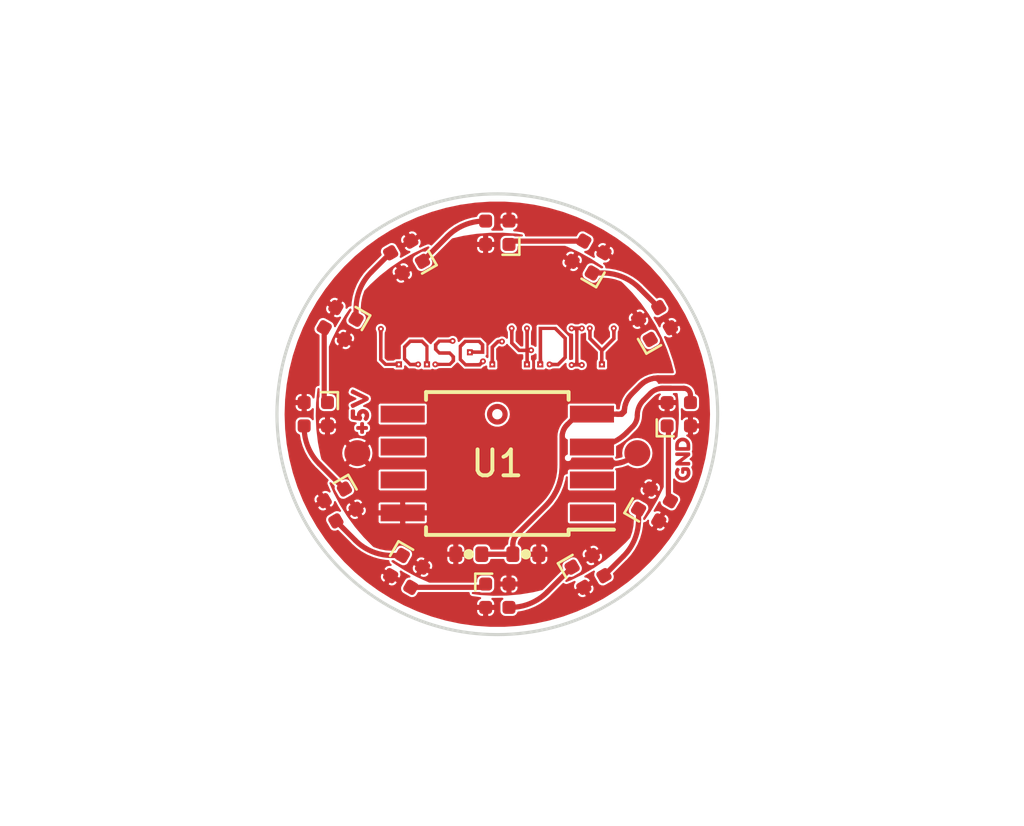
<source format=kicad_pcb>
(kicad_pcb (version 20211014) (generator pcbnew)
  (title_block (title "ringDemo for Laser4DIY") (date "2022-03-28") (rev "A") (company "Laser4DIY") (comment 1 "PCB by @tinyledmatrix") (comment 2 "Laser 4 DIY: @laser4diy"))
  (layers (0 "F.Cu" signal) (31 "B.Cu" signal) (34 "B.Paste" user) (35 "F.Paste" user) (36 "B.SilkS" user "B.Silkscreen") (37 "F.SilkS" user "F.Silkscreen") (38 "B.Mask" user) (39 "F.Mask" user) (44 "Edge.Cuts" user))
  (net 0 "")
  (net 1 "VCC")
  (net 2 "GND")
  (net 3 "/DIN")
  (net 6 "Net-(D1-Pad1)")
  (net 7 "Net-(D1-Pad3)")
  (net 11 "Net-(D2-Pad3)")
  (net 13 "Net-(D4-Pad3)")
  (net 14 "Net-(D5-Pad3)")
  (net 15 "Net-(D6-Pad3)")
  (net 16 "Net-(D7-Pad3)")
  (net 17 "Net-(D8-Pad3)")
  (net 18 "Net-(D10-Pad1)")
  (net 19 "Net-(D10-Pad3)")
  (net 20 "Net-(D11-Pad3)")
  (footprint "ownLEDs:LED_SK6812_EC15_1.5x1.5mm_modRounded" (layer "F.Cu") (at 105.2 58.3 -90)
    (fp_text reference "D1" hide)
    (fp_text value "WS2812B")
  )
  (footprint "dipolMods:C_0402_min" (layer "F.Cu") (at 104.1 70.7)
    (fp_text reference "C2")
    (fp_text value "1u")
  )
  (footprint "ownLEDs:LED_SK6812_EC15_1.5x1.5mm_modRounded" (layer "F.Cu") (at 98.2 65.3)
    (fp_text reference "D10" hide)
    (fp_text value "WS2812B")
  )
  (footprint "ownLEDs:LED_SK6812_EC15_1.5x1.5mm_modRounded" (layer "F.Cu") (at 108.7 71.362178 120)
    (fp_text reference "D6" hide)
    (fp_text value "WS2812B")
  )
  (footprint "ownLEDs:LED_SK6812_EC15_1.5x1.5mm_modRounded" (layer "F.Cu") (at 101.7 71.362178 60)
    (fp_text reference "D8" hide)
    (fp_text value "WS2812B")
  )
  (footprint "Package_SO:SOIJ-8_5.3x5.3mm_P1.27mm" (layer "F.Cu") (at 105.2 67.2 180)
    (fp_text reference "U1")
    (fp_text value "ATtiny85-20SU")
  )
  (footprint "ownLEDs:LED_SK6812_EC15_1.5x1.5mm_modRounded" (layer "F.Cu") (at 112.2 65.3 180)
    (fp_text reference "D4" hide)
    (fp_text value "WS2812B")
  )
  (footprint "ownLEDs:LED_SK6812_EC15_1.5x1.5mm_modRounded" (layer "F.Cu") (at 101.7 59.237822 -60)
    (fp_text reference "D12" hide)
    (fp_text value "WS2812B")
  )
  (footprint "ownLEDs:LED_SK6812_EC15_1.5x1.5mm_modRounded" (layer "F.Cu") (at 111.262178 68.8 150)
    (fp_text reference "D5" hide)
    (fp_text value "WS2812B")
  )
  (footprint "ownLEDs:LED_SK6812_EC15_1.5x1.5mm_modRounded" (layer "F.Cu") (at 99.137822 68.8 30)
    (fp_text reference "D9" hide)
    (fp_text value "WS2812B")
  )
  (footprint "ownLEDs:LED_SK6812_EC15_1.5x1.5mm_modRounded" (layer "F.Cu") (at 111.262178 61.8 -150)
    (fp_text reference "D3" hide)
    (fp_text value "WS2812B")
  )
  (footprint "TestPoint:TestPoint_Pad_D1.0mm" (layer "F.Cu") (at 110.6 66.8)
    (fp_text reference "TP2" hide)
    (fp_text value "TestPoint")
  )
  (footprint "ownLEDs:LED_SK6812_EC15_1.5x1.5mm_modRounded" (layer "F.Cu") (at 105.2 72.3 90)
    (fp_text reference "D7" hide)
    (fp_text value "WS2812B")
  )
  (footprint "kibuzzard-623DBD1B" (layer "F.Cu") (at 99.9 65.2 90)
    (fp_text reference "kibuzzard-623DBD1B" hide)
    (fp_text value "G***" hide)
  )
  (footprint "ownLEDs:LED_SK6812_EC15_1.5x1.5mm_modRounded" (layer "F.Cu") (at 99.137822 61.8 -30)
    (fp_text reference "D11" hide)
    (fp_text value "WS2812B")
  )
  (footprint "kibuzzard-623DBE1D" (layer "F.Cu") (at 112.35 67.03 90)
    (fp_text reference "kibuzzard-623DBE1D" hide)
    (fp_text value "G***" hide)
  )
  (footprint "TestPoint:TestPoint_Pad_D1.0mm" (layer "F.Cu") (at 99.8 66.8)
    (fp_text reference "TP1" hide)
    (fp_text value "TestPoint")
  )
  (footprint "ringDemo:logo2_10mm" (layer "F.Cu") (at 105.2 62.7)
    (fp_text reference "G1" hide)
    (fp_text value "LOGO" hide)
  )
  (footprint "ownLEDs:LED_SK6812_EC15_1.5x1.5mm_modRounded" (layer "F.Cu") (at 108.7 59.237822 -120)
    (fp_text reference "D2" hide)
    (fp_text value "WS2812B")
  )
  (footprint "dipolMods:C_0402_min" (layer "F.Cu") (at 106.3 70.7 180)
    (fp_text reference "C1")
    (fp_text value "1u")
  )
  (gr_circle (center 105.2 65.3) (end 105.5 65.3) (layer "F.Cu") (width 0.2) (fill none))
  (gr_circle (center 105.2 65.3) (end 113.7 65.3) (layer "Edge.Cuts") (width 0.12) (fill none))
  (segment (start 101.55 69.105) (end 101.55 69.75) (width 0.2) (layer "F.Cu") (net 1))
  (segment (start 105.8 70.318674) (end 105.8 70.7) (width 0.2) (layer "F.Cu") (net 2))
  (segment (start 109.855 65.295) (end 109.86 65.3) (width 0.2) (layer "F.Cu") (net 2))
  (segment (start 107.789511 67.210489) (end 107.7 67.3) (width 0.2) (layer "F.Cu") (net 2))
  (segment (start 108.85 65.295) (end 108.305 65.295) (width 0.2) (layer "F.Cu") (net 2))
  (segment (start 109.609013 67.210489) (end 107.789511 67.210489) (width 0.2) (layer "F.Cu") (net 2))
  (segment (start 108.305 65.295) (end 107.895628 65.704372) (width 0.2) (layer "F.Cu") (net 2))
  (segment (start 107.7 66.17666) (end 107.7 67.3) (width 0.2) (layer "F.Cu") (net 2))
  (segment (start 109.86 65.3) (end 110 65.3) (width 0.2) (layer "F.Cu") (net 2))
  (segment (start 110.382855 64.517145) (end 110.716003 64.183997) (width 0.2) (layer "F.Cu") (net 2))
  (segment (start 110 65.3) (end 110.1 65.2) (width 0.2) (layer "F.Cu") (net 2))
  (segment (start 105.8 70.7) (end 104.6 70.7) (width 0.2) (layer "F.Cu") (net 2))
  (segment (start 108.85 65.295) (end 109.855 65.295) (width 0.2) (layer "F.Cu") (net 2))
  (segment (start 107.063655 68.836345) (end 105.954626 69.945374) (width 0.2) (layer "F.Cu") (net 2))
  (segment (start 111.401632 63.9) (end 112.4 63.9) (width 0.2) (layer "F.Cu") (net 2))
  (arc (start 107.7 67.3) (mid 107.534619 68.131497) (end 107.063655 68.836345) (width 0.2) (layer "F.Cu") (net 2))
  (arc (start 110.6 66.8) (mid 110.145323 67.10381) (end 109.609013 67.210489) (width 0.2) (layer "F.Cu") (net 2))
  (arc (start 110.382855 64.517145) (mid 110.173512 64.830449) (end 110.1 65.2) (width 0.2) (layer "F.Cu") (net 2))
  (arc (start 105.954626 69.945374) (mid 105.840186 70.116645) (end 105.8 70.318674) (width 0.2) (layer "F.Cu") (net 2))
  (arc (start 107.895628 65.704372) (mid 107.750842 65.92106) (end 107.7 66.17666) (width 0.2) (layer "F.Cu") (net 2))
  (arc (start 110.716003 64.183997) (mid 111.030572 63.973809) (end 111.401632 63.9) (width 0.2) (layer "F.Cu") (net 2))
  (segment (start 110.415878 65.784122) (end 110.190077 66.009923) (width 0.2) (layer "F.Cu") (net 3))
  (segment (start 111.101372 64.498628) (end 110.840128 64.759872) (width 0.2) (layer "F.Cu") (net 3))
  (segment (start 112.391506 64.3) (end 111.518747 64.3) (width 0.2) (layer "F.Cu") (net 3))
  (segment (start 112.65 64.85) (end 112.65 64.558494) (width 0.2) (layer "F.Cu") (net 3))
  (segment (start 111.9 64.3) (end 111.580902 64.3) (width 0.2) (layer "F.Cu") (net 3))
  (arc (start 110.6 65.339592) (mid 110.552148 65.58018) (end 110.415878 65.784122) (width 0.2) (layer "F.Cu") (net 3))
  (arc (start 110.190077 66.009923) (mid 109.575245 66.42074) (end 108.85 66.565) (width 0.2) (layer "F.Cu") (net 3))
  (arc (start 112.65 64.558494) (mid 112.574289 64.375711) (end 112.391506 64.3) (width 0.2) (layer "F.Cu") (net 3))
  (arc (start 110.6 65.339592) (mid 110.662407 65.02585) (end 110.840128 64.759872) (width 0.2) (layer "F.Cu") (net 3))
  (arc (start 111.101372 64.498628) (mid 111.321382 64.351622) (end 111.580902 64.3) (width 0.2) (layer "F.Cu") (net 3))
  (segment (start 102.314711 59.402533) (end 103.281458 58.435786) (width 0.2) (layer "F.Cu") (net 6))
  (segment (start 104.695671 57.85) (end 104.75 57.85) (width 0.2) (layer "F.Cu") (net 6))
  (arc (start 103.281458 58.435786) (mid 103.930304 58.002241) (end 104.695671 57.85) (width 0.2) (layer "F.Cu") (net 6))
  (segment (start 105.776889 58.623111) (end 105.65 58.75) (width 0.2) (layer "F.Cu") (net 7))
  (segment (start 108.535289 58.623111) (end 105.776889 58.623111) (width 0.2) (layer "F.Cu") (net 7))
  (segment (start 109.265706 59.852533) (end 108.864711 59.852533) (width 0.2) (layer "F.Cu") (net 11))
  (segment (start 111.426889 61.185289) (end 110.679919 60.438319) (width 0.2) (layer "F.Cu") (net 11))
  (arc (start 110.679919 60.438319) (mid 110.031073 60.004774) (end 109.265706 59.852533) (width 0.2) (layer "F.Cu") (net 11))
  (segment (start 111.876889 68.635289) (end 111.8 68.5584) (width 0.2) (layer "F.Cu") (net 13))
  (segment (start 111.8 68.5584) (end 111.8 65.8) (width 0.2) (layer "F.Cu") (net 13))
  (segment (start 111.8 65.8) (end 111.75 65.75) (width 0.2) (layer "F.Cu") (net 13))
  (segment (start 109.314711 71.526889) (end 110.061681 70.779919) (width 0.2) (layer "F.Cu") (net 14))
  (segment (start 110.647467 69.365706) (end 110.647467 68.964711) (width 0.2) (layer "F.Cu") (net 14))
  (arc (start 110.647467 69.365706) (mid 110.495226 70.131073) (end 110.061681 70.779919) (width 0.2) (layer "F.Cu") (net 14))
  (segment (start 105.704329 72.75) (end 105.65 72.75) (width 0.2) (layer "F.Cu") (net 15))
  (segment (start 108.085289 71.197467) (end 107.118542 72.164214) (width 0.2) (layer "F.Cu") (net 15))
  (arc (start 105.704329 72.75) (mid 106.469696 72.597759) (end 107.118542 72.164214) (width 0.2) (layer "F.Cu") (net 15))
  (segment (start 101.864711 71.976889) (end 104.623111 71.976889) (width 0.2) (layer "F.Cu") (net 16))
  (segment (start 104.623111 71.976889) (end 104.75 71.85) (width 0.2) (layer "F.Cu") (net 16))
  (segment (start 98.973111 69.414711) (end 99.720081 70.161681) (width 0.2) (layer "F.Cu") (net 17))
  (segment (start 101.134294 70.747467) (end 101.535289 70.747467) (width 0.2) (layer "F.Cu") (net 17))
  (arc (start 101.134294 70.747467) (mid 100.368927 70.595226) (end 99.720081 70.161681) (width 0.2) (layer "F.Cu") (net 17))
  (segment (start 98.335787 67.218543) (end 99.302533 68.185289) (width 0.2) (layer "F.Cu") (net 18))
  (segment (start 97.75 65.75) (end 97.75 65.804329) (width 0.2) (layer "F.Cu") (net 18))
  (arc (start 97.75 65.804329) (mid 97.902241 66.569696) (end 98.335787 67.218543) (width 0.2) (layer "F.Cu") (net 18))
  (segment (start 98.523111 61.964711) (end 98.523111 64.723111) (width 0.2) (layer "F.Cu") (net 19))
  (segment (start 98.523111 64.723111) (end 98.65 64.85) (width 0.2) (layer "F.Cu") (net 19))
  (segment (start 101.085289 59.073111) (end 100.338319 59.820081) (width 0.2) (layer "F.Cu") (net 20))
  (segment (start 99.752533 61.234294) (end 99.752533 61.635289) (width 0.2) (layer "F.Cu") (net 20))
  (arc (start 99.752533 61.234294) (mid 99.904774 60.468927) (end 100.338319 59.820081) (width 0.2) (layer "F.Cu") (net 20))
  (zone (net 1) (net_name "VCC") (layer "F.Cu") (name "vcc") (priority 2) (connect_pads (clearance 0.05)) (min_thickness 0.08) (fill yes (thermal_gap 0.08) (thermal_bridge_width 0.2))
    (polygon (pts (xy 112.204898 65.3) (xy 112.186086 64.786974) (xy 112.129752 64.276703) (xy 112.036197 63.771929) (xy 111.905925 63.275362) (xy 111.739636 62.789669) (xy 111.538221 62.317459) (xy 111.302764 61.861269) (xy 111.034528 61.423549) (xy 110.734955 61.006649) (xy 110.405654 60.612808) (xy 110.048392 60.244143) (xy 109.66509 59.902633) (xy 109.257806 59.590113) (xy 108.828726 59.308261) (xy 108.380157 59.05859) (xy 107.914507 58.842443) (xy 107.434277 58.660979) (xy 106.942047 58.515174) (xy 106.440461 58.40581) (xy 105.932211 58.333476) (xy 105.420029 58.298558) (xy 104.906665 58.301246) (xy 104.394877 58.341525) (xy 103.887413 58.419178) (xy 103.386999 58.533788) (xy 102.896323 58.68474) (xy 102.41802 58.871222) (xy 101.954659 59.092234) (xy 101.508728 59.346588) (xy 101.082624 59.632918) (xy 100.678635 59.949687) (xy 100.29893 60.295192) (xy 99.945548 60.667578) (xy 99.620389 61.064845) (xy 99.325198 61.484859) (xy 99.061561 61.925365) (xy 98.830894 62.383996) (xy 98.634435 62.858288) (xy 98.473241 63.345696) (xy 98.348176 63.8436) (xy 98.259912 64.349326) (xy 98.208925 64.860159) (xy 98.195486 65.373354) (xy 98.219669 65.886155) (xy 98.281344 66.395807) (xy 98.380179 66.899575) (xy 98.515644 67.39475) (xy 98.687011 67.878675) (xy 98.893359 68.348749) (xy 99.13358 68.802449) (xy 99.406385 69.237337) (xy 99.710307 69.651077) (xy 100.043715 70.041447) (xy 100.404817 70.406351) (xy 100.791675 70.743828) (xy 101.20221 71.052066) (xy 101.634217 71.32941) (xy 102.085376 71.57437) (xy 102.553264 71.785629) (xy 103.035367 71.962054) (xy 103.529097 72.102697) (xy 104.031802 72.206802) (xy 104.540781 72.27381) (xy 105.0533 72.303362) (xy 105.566608 72.295298) (xy 106.077947 72.249662) (xy 106.58457 72.1667) (xy 107.083756 72.046856) (xy 107.572825 71.890774) (xy 108.049149 71.699293) (xy 108.51017 71.473441) (xy 108.953412 71.214431) (xy 109.376494 70.923655) (xy 109.777145 70.602673) (xy 110.153211 70.253211) (xy 110.502673 69.877145) (xy 110.823655 69.476494) (xy 111.114431 69.053412) (xy 111.373441 68.61017) (xy 111.599293 68.149149) (xy 111.790774 67.672825) (xy 111.946856 67.183756) (xy 112.0667 66.68457) (xy 112.149662 66.177947) (xy 112.195298 65.666608)))
  )
  (zone (net 2) (net_name "GND") (layer "F.Cu") (priority 1) (connect_pads (clearance 0.05)) (min_thickness 0.08) (fill yes (thermal_gap 0.08) (thermal_bridge_width 0.2))
    (polygon (pts (xy 113.404998 65.3) (xy 113.385011 64.727648) (xy 113.325148 64.158085) (xy 113.225699 63.594085) (xy 113.08715 63.038396) (xy 112.910176 62.493725) (xy 112.695639 61.962727) (xy 112.444583 61.447987) (xy 112.158233 60.952013) (xy 111.837983 60.477223) (xy 111.485393 60.025929) (xy 111.102182 59.600329) (xy 110.690215 59.202498) (xy 110.251501 58.834373) (xy 109.788177 58.497748) (xy 109.302499 58.194263) (xy 108.796834 57.925397) (xy 108.273646 57.692458) (xy 107.735484 57.496583) (xy 107.184969 57.338726) (xy 106.624783 57.219654) (xy 106.057656 57.13995) (xy 105.48635 57.1) (xy 104.91365 57.1) (xy 104.342344 57.13995) (xy 103.775217 57.219654) (xy 103.215031 57.338726) (xy 102.664516 57.496583) (xy 102.126354 57.692458) (xy 101.603166 57.925397) (xy 101.097501 58.194263) (xy 100.611823 58.497748) (xy 100.148499 58.834373) (xy 99.709785 59.202498) (xy 99.297818 59.600329) (xy 98.914607 60.025929) (xy 98.562017 60.477223) (xy 98.241767 60.952013) (xy 97.955417 61.447987) (xy 97.704361 61.962727) (xy 97.489824 62.493725) (xy 97.31285 63.038396) (xy 97.174301 63.594085) (xy 97.074852 64.158085) (xy 97.014989 64.727648) (xy 96.995002 65.3) (xy 97.014989 65.872352) (xy 97.074852 66.441915) (xy 97.174301 67.005915) (xy 97.31285 67.561604) (xy 97.489824 68.106275) (xy 97.704361 68.637273) (xy 97.955417 69.152013) (xy 98.241767 69.647987) (xy 98.562017 70.122777) (xy 98.914607 70.574071) (xy 99.297818 70.999671) (xy 99.709785 71.397502) (xy 100.148499 71.765627) (xy 100.611823 72.102252) (xy 101.097501 72.405737) (xy 101.603166 72.674603) (xy 102.126354 72.907542) (xy 102.664516 73.103417) (xy 103.215031 73.261274) (xy 103.775217 73.380346) (xy 104.342344 73.46005) (xy 104.91365 73.5) (xy 105.48635 73.5) (xy 106.057656 73.46005) (xy 106.624783 73.380346) (xy 107.184969 73.261274) (xy 107.735484 73.103417) (xy 108.273646 72.907542) (xy 108.796834 72.674603) (xy 109.302499 72.405737) (xy 109.788177 72.102252) (xy 110.251501 71.765627) (xy 110.690215 71.397502) (xy 111.102182 70.999671) (xy 111.485393 70.574071) (xy 111.837983 70.122777) (xy 112.158233 69.647987) (xy 112.444583 69.152013) (xy 112.695639 68.637273) (xy 112.910176 68.106275) (xy 113.08715 67.561604) (xy 113.225699 67.005915) (xy 113.325148 66.441915) (xy 113.385011 65.872352)))
  )
)
</source>
